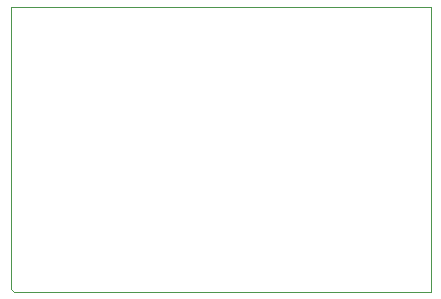
<source format=gbr>
%TF.GenerationSoftware,Altium Limited,Altium Designer,20.2.5 (213)*%
G04 Layer_Color=0*
%FSLAX26Y26*%
%MOIN*%
%TF.SameCoordinates,637A3126-0BF7-4E5B-B6EB-9DA5991B8759*%
%TF.FilePolarity,Positive*%
%TF.FileFunction,Profile,NP*%
%TF.Part,Single*%
G01*
G75*
%TA.AperFunction,Profile*%
%ADD24C,0.001000*%
D24*
X1000000Y5000000D02*
X2400000D01*
Y4050000D01*
X1010000D01*
X1000000Y4060000D01*
Y5000000D01*
%TF.MD5,bc385b5d3c9080662334c6a74d45abcb*%
M02*

</source>
